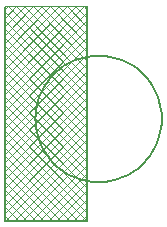
<source format=gm1>
%FSDAX25Y25*%
%MOIN*%
%SFA1B1*%

%IPPOS*%
%ADD61C,0.007870*%
%ADD63C,0.005000*%
%ADD97C,0.002000*%
%LNmoo1.1-1*%
%LPD*%
G54D61*
X0298863Y0374100D02*
D01*
X0298811Y0375569*
X0298658Y0377031*
X0298402Y0378479*
X0298047Y0379905*
X0297592Y0381303*
X0297042Y0382667*
X0296397Y0383988*
X0295662Y0385261*
X0294840Y0386480*
X0293935Y0387639*
X0292951Y0388731*
X0291893Y0389752*
X0290767Y0390697*
X0289578Y0391562*
X0288331Y0392341*
X0287033Y0393031*
X0285690Y0393629*
X0284308Y0394132*
X0282895Y0394537*
X0281457Y0394843*
X0280001Y0395047*
X0278535Y0395150*
X0277064*
X0275598Y0395047*
X0274142Y0394843*
X0272704Y0394537*
X0271291Y0394132*
X0269909Y0393629*
X0268566Y0393031*
X0267268Y0392341*
X0266021Y0391562*
X0264832Y0390697*
X0263706Y0389752*
X0262648Y0388731*
X0261664Y0387639*
X0260759Y0386480*
X0259937Y0385261*
X0259202Y0383988*
X0258557Y0382667*
X0258007Y0381303*
X0257552Y0379905*
X0257197Y0378479*
X0256941Y0377031*
X0256788Y0375569*
X0256737Y0374100*
X0256788Y0372630*
X0256941Y0371168*
X0257197Y0369720*
X0257552Y0368294*
X0258007Y0366896*
X0258557Y0365532*
X0259202Y0364211*
X0259937Y0362938*
X0260759Y0361719*
X0261664Y0360560*
X0262648Y0359468*
X0263706Y0358447*
X0264832Y0357502*
X0266021Y0356637*
X0267268Y0355858*
X0268566Y0355168*
X0269909Y0354570*
X0271291Y0354067*
X0272704Y0353662*
X0274142Y0353356*
X0275598Y0353152*
X0277064Y0353049*
X0278535*
X0280001Y0353152*
X0281457Y0353356*
X0282895Y0353662*
X0284308Y0354067*
X0285690Y0354570*
X0287033Y0355168*
X0288331Y0355858*
X0289578Y0356637*
X0290767Y0357502*
X0291893Y0358447*
X0292951Y0359468*
X0293935Y0360560*
X0294840Y0361719*
X0295662Y0362938*
X0296397Y0364211*
X0297042Y0365532*
X0297592Y0366896*
X0298047Y0368294*
X0298402Y0369720*
X0298658Y0371168*
X0298811Y0372630*
X0298863Y0374100*
G54D63*
X0274000Y0340100D02*
Y0411600D01*
X0246500Y0340100D02*
X0274000D01*
X0246500D02*
Y0411400D01*
G54D97*
X0246500Y0347470D02*
X0253670Y0340300D01*
X0246500Y0350298D02*
X0256498Y0340300D01*
X0246500Y0341813D02*
X0248013Y0340300D01*
X0246500Y0344641D02*
X0250841Y0340300D01*
X0246500Y0361612D02*
X0267812Y0340300D01*
X0246500Y0364440D02*
X0270640Y0340300D01*
X0246500Y0353127D02*
X0259327Y0340300D01*
X0246500Y0355955D02*
X0262155Y0340300D01*
X0246500Y0358783D02*
X0264983Y0340300D01*
X0246500Y0342667D02*
X0274000Y0370166D01*
X0246500Y0372925D02*
X0274000Y0345426D01*
X0246500Y0367269D02*
X0273469Y0340300D01*
X0246500Y0370097D02*
X0274000Y0342597D01*
X0246500Y0378582D02*
X0274000Y0351082D01*
X0246500Y0351152D02*
X0274000Y0378652D01*
X0246500Y0345495D02*
X0274000Y0372995D01*
X0246500Y0348323D02*
X0274000Y0375823D01*
X0246500Y0375754D02*
X0274000Y0348254D01*
X0246500Y0359637D02*
X0274000Y0387137D01*
X0246500Y0389896D02*
X0274000Y0362396D01*
X0246500Y0356809D02*
X0274000Y0384309D01*
X0246500Y0387068D02*
X0274000Y0359568D01*
X0246500Y0390750D02*
X0267350Y0411600D01*
X0246500D02*
X0273900D01*
X0246500Y0393578D02*
X0264522Y0411600D01*
X0246500Y0410549D02*
X0247551Y0411600D01*
X0246500Y0396407D02*
X0261693Y0411600D01*
X0246500Y0362466D02*
X0274000Y0389966D01*
X0246500Y0392724D02*
X0274000Y0365225D01*
X0246500Y0381411D02*
X0274000Y0353911D01*
X0246500Y0384239D02*
X0274000Y0356739D01*
X0246500Y0353980D02*
X0274000Y0381480D01*
X0246500Y0398381D02*
X0274000Y0370881D01*
X0246500Y0370951D02*
X0274000Y0398451D01*
X0246500Y0365294D02*
X0274000Y0392794D01*
X0246500Y0368122D02*
X0274000Y0395622D01*
X0246500Y0395553D02*
X0274000Y0368053D01*
X0255447Y0340300D02*
X0274000Y0358853D01*
X0246500Y0340300D02*
X0274000D01*
X0261104D02*
X0274000Y0353196D01*
X0258276Y0340300D02*
X0274000Y0356024D01*
X0246962Y0340300D02*
X0274000Y0367338D01*
X0246500Y0340300D02*
Y0411600D01*
X0252619Y0340300D02*
X0274000Y0361681D01*
X0246962Y0340300D02*
X0274000Y0367338D01*
X0249790Y0340300D02*
X0274000Y0364510D01*
X0263932Y0340300D02*
X0274000Y0350367D01*
X0246500Y0401210D02*
X0274000Y0373710D01*
X0272418Y0340300D02*
X0274000Y0341882D01*
X0266761Y0340300D02*
X0274000Y0347539D01*
X0269589Y0340300D02*
X0274000Y0344711D01*
X0246500Y0373779D02*
X0274000Y0401279D01*
X0246500Y0404038D02*
X0274000Y0376538D01*
Y0340300D02*
Y0411440D01*
X0246500Y0406867D02*
X0274000Y0379367D01*
X0246500Y0376608D02*
X0274000Y0404108D01*
X0246500Y0409695D02*
X0274000Y0382195D01*
X0246500Y0382264D02*
X0274000Y0409764D01*
X0246500Y0385093D02*
X0273007Y0411600D01*
X0250252D02*
X0274000Y0387852D01*
X0246500Y0404892D02*
X0253208Y0411600D01*
X0246500Y0407720D02*
X0250380Y0411600D01*
X0246500Y0387921D02*
X0270179Y0411600D01*
X0246500Y0402064D02*
X0256036Y0411600D01*
X0246500Y0399235D02*
X0258865Y0411600D01*
X0246500Y0379436D02*
X0274000Y0406936D01*
X0247424Y0411600D02*
X0274000Y0385024D01*
X0253080Y0411600D02*
X0274000Y0390680D01*
X0270051Y0411600D02*
X0274000Y0407651D01*
X0267223Y0411600D02*
X0274000Y0404823D01*
X0255909Y0411600D02*
X0274000Y0393509D01*
X0258737Y0411600D02*
X0274000Y0396337D01*
X0261566Y0411600D02*
X0274000Y0399166D01*
X0272879Y0411600D02*
X0274000Y0410479D01*
X0264394Y0411600D02*
X0274000Y0401994D01*
M02*
</source>
